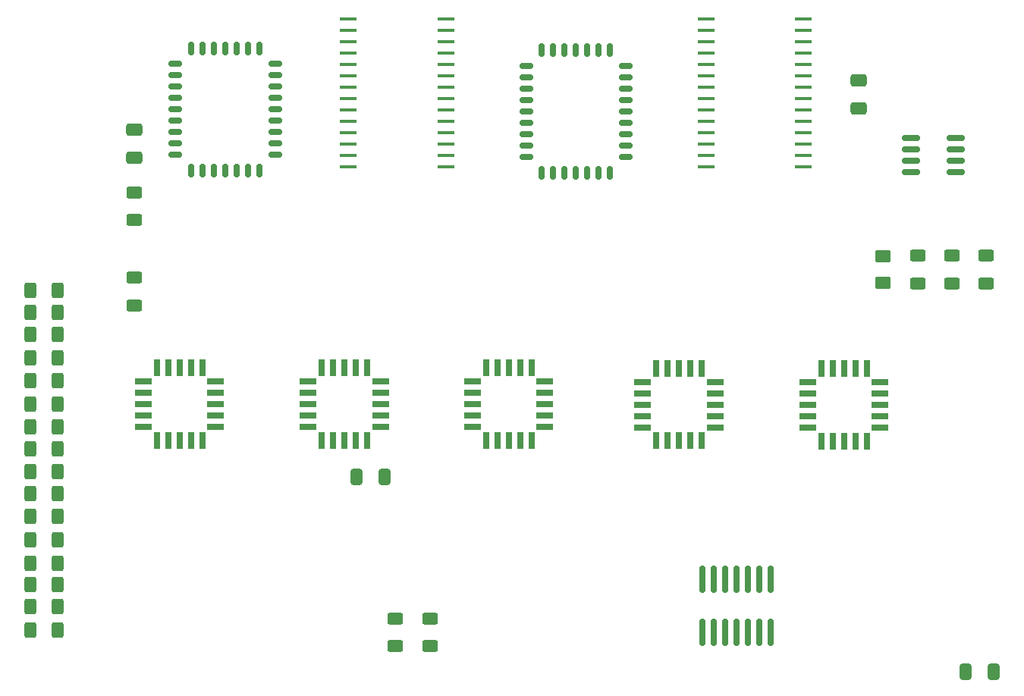
<source format=gbr>
%TF.GenerationSoftware,KiCad,Pcbnew,8.0.3*%
%TF.CreationDate,2025-02-02T19:27:09+01:00*%
%TF.ProjectId,BBARIII,42424152-4949-4492-9e6b-696361645f70,rev?*%
%TF.SameCoordinates,Original*%
%TF.FileFunction,Paste,Top*%
%TF.FilePolarity,Positive*%
%FSLAX46Y46*%
G04 Gerber Fmt 4.6, Leading zero omitted, Abs format (unit mm)*
G04 Created by KiCad (PCBNEW 8.0.3) date 2025-02-02 19:27:09*
%MOMM*%
%LPD*%
G01*
G04 APERTURE LIST*
G04 Aperture macros list*
%AMRoundRect*
0 Rectangle with rounded corners*
0 $1 Rounding radius*
0 $2 $3 $4 $5 $6 $7 $8 $9 X,Y pos of 4 corners*
0 Add a 4 corners polygon primitive as box body*
4,1,4,$2,$3,$4,$5,$6,$7,$8,$9,$2,$3,0*
0 Add four circle primitives for the rounded corners*
1,1,$1+$1,$2,$3*
1,1,$1+$1,$4,$5*
1,1,$1+$1,$6,$7*
1,1,$1+$1,$8,$9*
0 Add four rect primitives between the rounded corners*
20,1,$1+$1,$2,$3,$4,$5,0*
20,1,$1+$1,$4,$5,$6,$7,0*
20,1,$1+$1,$6,$7,$8,$9,0*
20,1,$1+$1,$8,$9,$2,$3,0*%
G04 Aperture macros list end*
%ADD10RoundRect,0.250000X0.400000X0.625000X-0.400000X0.625000X-0.400000X-0.625000X0.400000X-0.625000X0*%
%ADD11RoundRect,0.150000X0.150000X0.587500X-0.150000X0.587500X-0.150000X-0.587500X0.150000X-0.587500X0*%
%ADD12RoundRect,0.150000X0.587500X0.150000X-0.587500X0.150000X-0.587500X-0.150000X0.587500X-0.150000X0*%
%ADD13R,0.700000X1.925000*%
%ADD14R,1.925000X0.700000*%
%ADD15RoundRect,0.250000X-0.625000X0.400000X-0.625000X-0.400000X0.625000X-0.400000X0.625000X0.400000X0*%
%ADD16RoundRect,0.250000X0.650000X-0.412500X0.650000X0.412500X-0.650000X0.412500X-0.650000X-0.412500X0*%
%ADD17R,1.981200X0.457200*%
%ADD18RoundRect,0.250000X0.625000X-0.400000X0.625000X0.400000X-0.625000X0.400000X-0.625000X-0.400000X0*%
%ADD19RoundRect,0.250000X-0.412500X-0.650000X0.412500X-0.650000X0.412500X0.650000X-0.412500X0.650000X0*%
%ADD20RoundRect,0.150000X0.150000X-1.350000X0.150000X1.350000X-0.150000X1.350000X-0.150000X-1.350000X0*%
%ADD21RoundRect,0.150000X0.825000X0.150000X-0.825000X0.150000X-0.825000X-0.150000X0.825000X-0.150000X0*%
%ADD22RoundRect,0.250001X-0.624999X0.462499X-0.624999X-0.462499X0.624999X-0.462499X0.624999X0.462499X0*%
G04 APERTURE END LIST*
D10*
%TO.C,R16*%
X99640000Y-103130000D03*
X96540000Y-103130000D03*
%TD*%
%TO.C,R14*%
X99640000Y-108130000D03*
X96540000Y-108130000D03*
%TD*%
D11*
%TO.C,U9*%
X157459200Y-72245000D03*
X158729200Y-72245000D03*
X159999200Y-72245000D03*
X161269200Y-72245000D03*
D12*
X163021700Y-70487500D03*
X163021700Y-69217500D03*
X163021700Y-67947500D03*
X163021700Y-66677500D03*
X163021700Y-65407500D03*
X163021700Y-64137500D03*
X163021700Y-62867500D03*
X163021700Y-61597500D03*
X163021700Y-60327500D03*
D11*
X161269200Y-58570000D03*
X159999200Y-58570000D03*
X158729200Y-58570000D03*
X157459200Y-58570000D03*
X156189200Y-58570000D03*
X154919200Y-58570000D03*
X153649200Y-58570000D03*
D12*
X151896700Y-60327500D03*
X151896700Y-61597500D03*
X151896700Y-62867500D03*
X151896700Y-64137500D03*
X151896700Y-65407500D03*
X151896700Y-66677500D03*
X151896700Y-67947500D03*
X151896700Y-69217500D03*
X151896700Y-70487500D03*
D11*
X153649200Y-72245000D03*
X154919200Y-72245000D03*
X156189200Y-72245000D03*
%TD*%
D10*
%TO.C,R17*%
X99640000Y-100630000D03*
X96540000Y-100630000D03*
%TD*%
D13*
%TO.C,U4*%
X168940000Y-102207500D03*
X170210000Y-102207500D03*
X171480000Y-102207500D03*
D14*
X172992500Y-100695000D03*
X172992500Y-99425000D03*
X172992500Y-98155000D03*
X172992500Y-96885000D03*
X172992500Y-95615000D03*
D13*
X171480000Y-94102500D03*
X170210000Y-94102500D03*
X168940000Y-94102500D03*
X167670000Y-94102500D03*
X166400000Y-94102500D03*
D14*
X164887500Y-95615000D03*
X164887500Y-96885000D03*
X164887500Y-98155000D03*
X164887500Y-99425000D03*
X164887500Y-100695000D03*
D13*
X166400000Y-102207500D03*
X167670000Y-102207500D03*
%TD*%
D15*
%TO.C,R3*%
X108115000Y-83980000D03*
X108115000Y-87080000D03*
%TD*%
D16*
%TO.C,C2*%
X189040000Y-65117500D03*
X189040000Y-61992500D03*
%TD*%
D10*
%TO.C,R9*%
X99640000Y-120730000D03*
X96540000Y-120730000D03*
%TD*%
%TO.C,R12*%
X99640000Y-113230000D03*
X96540000Y-113230000D03*
%TD*%
D17*
%TO.C,U8*%
X142915000Y-71585000D03*
X142915000Y-70315000D03*
X142915000Y-69045000D03*
X142915000Y-67775000D03*
X142915000Y-66505000D03*
X142915000Y-65235000D03*
X142915000Y-63965000D03*
X142915000Y-62695000D03*
X142915000Y-61425000D03*
X142915000Y-60155000D03*
X142915000Y-58885000D03*
X142915000Y-57615000D03*
X142915000Y-56345000D03*
X142915000Y-55075000D03*
X132069200Y-55075000D03*
X132069200Y-56345000D03*
X132069200Y-57615000D03*
X132069200Y-58885000D03*
X132069200Y-60155000D03*
X132069200Y-61425000D03*
X132069200Y-62695000D03*
X132069200Y-63965000D03*
X132069200Y-65235000D03*
X132069200Y-66505000D03*
X132069200Y-67775000D03*
X132069200Y-69045000D03*
X132069200Y-70315000D03*
X132069200Y-71585000D03*
%TD*%
D18*
%TO.C,R1*%
X137290000Y-125155000D03*
X137290000Y-122055000D03*
%TD*%
D10*
%TO.C,R8*%
X99640000Y-123380000D03*
X96540000Y-123380000D03*
%TD*%
%TO.C,R20*%
X99640000Y-92930000D03*
X96540000Y-92930000D03*
%TD*%
%TO.C,R18*%
X99640000Y-98080000D03*
X96540000Y-98080000D03*
%TD*%
D19*
%TO.C,C4*%
X132977500Y-106205000D03*
X136102500Y-106205000D03*
%TD*%
D10*
%TO.C,R22*%
X99640000Y-87880000D03*
X96540000Y-87880000D03*
%TD*%
D18*
%TO.C,R6*%
X199390000Y-84630000D03*
X199390000Y-81530000D03*
%TD*%
D10*
%TO.C,R13*%
X99640000Y-110630000D03*
X96540000Y-110630000D03*
%TD*%
D13*
%TO.C,U3*%
X149940000Y-102157500D03*
X151210000Y-102157500D03*
X152480000Y-102157500D03*
D14*
X153992500Y-100645000D03*
X153992500Y-99375000D03*
X153992500Y-98105000D03*
X153992500Y-96835000D03*
X153992500Y-95565000D03*
D13*
X152480000Y-94052500D03*
X151210000Y-94052500D03*
X149940000Y-94052500D03*
X148670000Y-94052500D03*
X147400000Y-94052500D03*
D14*
X145887500Y-95565000D03*
X145887500Y-96835000D03*
X145887500Y-98105000D03*
X145887500Y-99375000D03*
X145887500Y-100645000D03*
D13*
X147400000Y-102157500D03*
X148670000Y-102157500D03*
%TD*%
%TO.C,U1*%
X113194200Y-102147500D03*
X114464200Y-102147500D03*
X115734200Y-102147500D03*
D14*
X117246700Y-100635000D03*
X117246700Y-99365000D03*
X117246700Y-98095000D03*
X117246700Y-96825000D03*
X117246700Y-95555000D03*
D13*
X115734200Y-94042500D03*
X114464200Y-94042500D03*
X113194200Y-94042500D03*
X111924200Y-94042500D03*
X110654200Y-94042500D03*
D14*
X109141700Y-95555000D03*
X109141700Y-96825000D03*
X109141700Y-98095000D03*
X109141700Y-99365000D03*
X109141700Y-100635000D03*
D13*
X110654200Y-102147500D03*
X111924200Y-102147500D03*
%TD*%
D10*
%TO.C,R15*%
X99640000Y-105630000D03*
X96540000Y-105630000D03*
%TD*%
D13*
%TO.C,U5*%
X187360000Y-102235000D03*
X188630000Y-102235000D03*
X189900000Y-102235000D03*
D14*
X191412500Y-100722500D03*
X191412500Y-99452500D03*
X191412500Y-98182500D03*
X191412500Y-96912500D03*
X191412500Y-95642500D03*
D13*
X189900000Y-94130000D03*
X188630000Y-94130000D03*
X187360000Y-94130000D03*
X186090000Y-94130000D03*
X184820000Y-94130000D03*
D14*
X183307500Y-95642500D03*
X183307500Y-96912500D03*
X183307500Y-98182500D03*
X183307500Y-99452500D03*
X183307500Y-100722500D03*
D13*
X184820000Y-102235000D03*
X186090000Y-102235000D03*
%TD*%
D16*
%TO.C,C3*%
X108140000Y-70592500D03*
X108140000Y-67467500D03*
%TD*%
D20*
%TO.C,U6*%
X171540000Y-123605000D03*
X172810000Y-123605000D03*
X174080000Y-123605000D03*
X175350000Y-123605000D03*
X176620000Y-123605000D03*
X177890000Y-123605000D03*
X179160000Y-123605000D03*
X179160000Y-117705000D03*
X177890000Y-117705000D03*
X176620000Y-117705000D03*
X175350000Y-117705000D03*
X174080000Y-117705000D03*
X172810000Y-117705000D03*
X171540000Y-117705000D03*
%TD*%
D21*
%TO.C,U11*%
X199815000Y-72240000D03*
X199815000Y-70970000D03*
X199815000Y-69700000D03*
X199815000Y-68430000D03*
X194865000Y-68430000D03*
X194865000Y-69700000D03*
X194865000Y-70970000D03*
X194865000Y-72240000D03*
%TD*%
D10*
%TO.C,R11*%
X99640000Y-115880000D03*
X96540000Y-115880000D03*
%TD*%
D18*
%TO.C,R7*%
X203240000Y-84630000D03*
X203240000Y-81530000D03*
%TD*%
D22*
%TO.C,D3*%
X191740000Y-81592500D03*
X191740000Y-84567500D03*
%TD*%
D18*
%TO.C,R4*%
X108140000Y-77555000D03*
X108140000Y-74455000D03*
%TD*%
D10*
%TO.C,R10*%
X99640000Y-118230000D03*
X96540000Y-118230000D03*
%TD*%
%TO.C,R19*%
X99640000Y-95480000D03*
X96540000Y-95480000D03*
%TD*%
D18*
%TO.C,R2*%
X141215000Y-125155000D03*
X141215000Y-122055000D03*
%TD*%
D11*
%TO.C,U7*%
X118304200Y-72045000D03*
X119574200Y-72045000D03*
X120844200Y-72045000D03*
X122114200Y-72045000D03*
D12*
X123866700Y-70287500D03*
X123866700Y-69017500D03*
X123866700Y-67747500D03*
X123866700Y-66477500D03*
X123866700Y-65207500D03*
X123866700Y-63937500D03*
X123866700Y-62667500D03*
X123866700Y-61397500D03*
X123866700Y-60127500D03*
D11*
X122114200Y-58370000D03*
X120844200Y-58370000D03*
X119574200Y-58370000D03*
X118304200Y-58370000D03*
X117034200Y-58370000D03*
X115764200Y-58370000D03*
X114494200Y-58370000D03*
D12*
X112741700Y-60127500D03*
X112741700Y-61397500D03*
X112741700Y-62667500D03*
X112741700Y-63937500D03*
X112741700Y-65207500D03*
X112741700Y-66477500D03*
X112741700Y-67747500D03*
X112741700Y-69017500D03*
X112741700Y-70287500D03*
D11*
X114494200Y-72045000D03*
X115764200Y-72045000D03*
X117034200Y-72045000D03*
%TD*%
D13*
%TO.C,U2*%
X131621700Y-102172500D03*
X132891700Y-102172500D03*
X134161700Y-102172500D03*
D14*
X135674200Y-100660000D03*
X135674200Y-99390000D03*
X135674200Y-98120000D03*
X135674200Y-96850000D03*
X135674200Y-95580000D03*
D13*
X134161700Y-94067500D03*
X132891700Y-94067500D03*
X131621700Y-94067500D03*
X130351700Y-94067500D03*
X129081700Y-94067500D03*
D14*
X127569200Y-95580000D03*
X127569200Y-96850000D03*
X127569200Y-98120000D03*
X127569200Y-99390000D03*
X127569200Y-100660000D03*
D13*
X129081700Y-102172500D03*
X130351700Y-102172500D03*
%TD*%
D19*
%TO.C,C5*%
X200977500Y-127955000D03*
X204102500Y-127955000D03*
%TD*%
D10*
%TO.C,R21*%
X99640000Y-90330000D03*
X96540000Y-90330000D03*
%TD*%
D17*
%TO.C,U10*%
X182840000Y-71615000D03*
X182840000Y-70345000D03*
X182840000Y-69075000D03*
X182840000Y-67805000D03*
X182840000Y-66535000D03*
X182840000Y-65265000D03*
X182840000Y-63995000D03*
X182840000Y-62725000D03*
X182840000Y-61455000D03*
X182840000Y-60185000D03*
X182840000Y-58915000D03*
X182840000Y-57645000D03*
X182840000Y-56375000D03*
X182840000Y-55105000D03*
X171994200Y-55105000D03*
X171994200Y-56375000D03*
X171994200Y-57645000D03*
X171994200Y-58915000D03*
X171994200Y-60185000D03*
X171994200Y-61455000D03*
X171994200Y-62725000D03*
X171994200Y-63995000D03*
X171994200Y-65265000D03*
X171994200Y-66535000D03*
X171994200Y-67805000D03*
X171994200Y-69075000D03*
X171994200Y-70345000D03*
X171994200Y-71615000D03*
%TD*%
D18*
%TO.C,R5*%
X195640000Y-84630000D03*
X195640000Y-81530000D03*
%TD*%
D10*
%TO.C,R23*%
X99640000Y-85380000D03*
X96540000Y-85380000D03*
%TD*%
M02*

</source>
